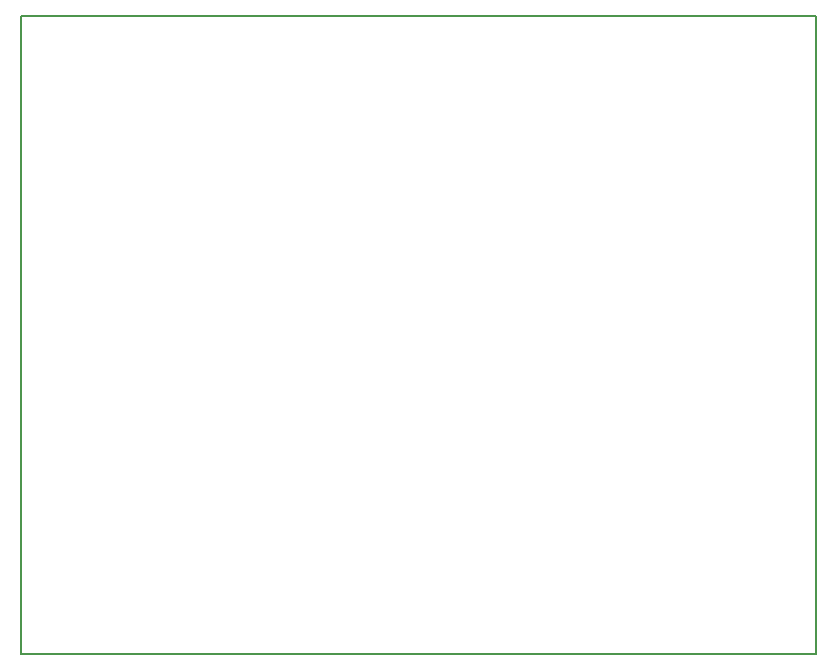
<source format=gbr>
%TF.GenerationSoftware,KiCad,Pcbnew,5.0.2-bee76a0~70~ubuntu18.04.1*%
%TF.CreationDate,2019-02-11T00:35:20+03:00*%
%TF.ProjectId,jeep-radio,6a656570-2d72-4616-9469-6f2e6b696361,rev?*%
%TF.SameCoordinates,Original*%
%TF.FileFunction,Profile,NP*%
%FSLAX46Y46*%
G04 Gerber Fmt 4.6, Leading zero omitted, Abs format (unit mm)*
G04 Created by KiCad (PCBNEW 5.0.2-bee76a0~70~ubuntu18.04.1) date Пн 11 фев 2019 00:35:20*
%MOMM*%
%LPD*%
G01*
G04 APERTURE LIST*
%ADD10C,0.150000*%
G04 APERTURE END LIST*
D10*
X113030000Y-122580000D02*
X113030000Y-68580000D01*
X180340000Y-122555000D02*
X113030000Y-122580000D01*
X180340000Y-68580000D02*
X180340000Y-122515000D01*
X113030000Y-68580000D02*
X180340000Y-68580000D01*
M02*

</source>
